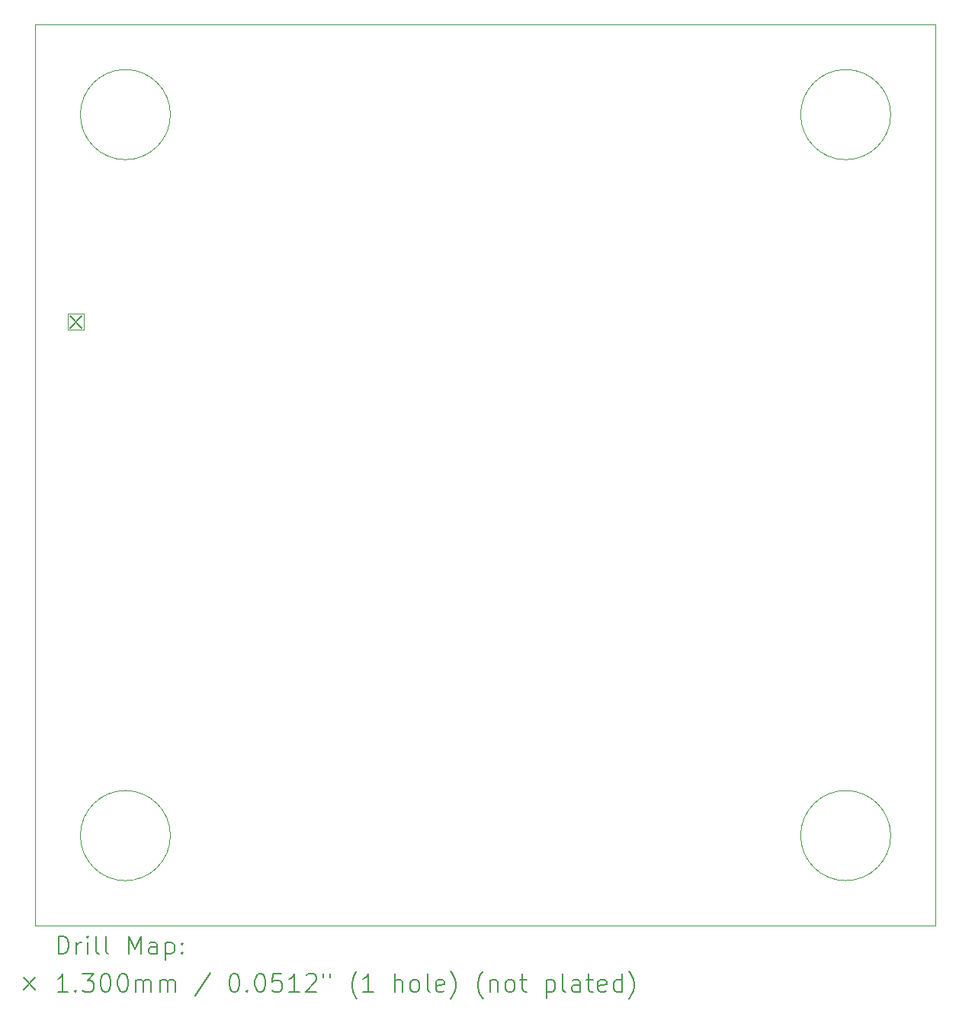
<source format=gbr>
%TF.GenerationSoftware,KiCad,Pcbnew,8.0.3*%
%TF.CreationDate,2024-09-13T09:02:19-04:00*%
%TF.ProjectId,G7 Senior Design V2,47372053-656e-4696-9f72-204465736967,rev?*%
%TF.SameCoordinates,Original*%
%TF.FileFunction,Drillmap*%
%TF.FilePolarity,Positive*%
%FSLAX45Y45*%
G04 Gerber Fmt 4.5, Leading zero omitted, Abs format (unit mm)*
G04 Created by KiCad (PCBNEW 8.0.3) date 2024-09-13 09:02:19*
%MOMM*%
%LPD*%
G01*
G04 APERTURE LIST*
%ADD10C,0.050000*%
%ADD11C,0.010000*%
%ADD12C,0.200000*%
%ADD13C,0.130000*%
G04 APERTURE END LIST*
D10*
X19500000Y-14000000D02*
G75*
G02*
X18500000Y-14000000I-500000J0D01*
G01*
X18500000Y-14000000D02*
G75*
G02*
X19500000Y-14000000I500000J0D01*
G01*
X11500000Y-6000000D02*
G75*
G02*
X10500000Y-6000000I-500000J0D01*
G01*
X10500000Y-6000000D02*
G75*
G02*
X11500000Y-6000000I500000J0D01*
G01*
X11500000Y-14000000D02*
G75*
G02*
X10500000Y-14000000I-500000J0D01*
G01*
X10500000Y-14000000D02*
G75*
G02*
X11500000Y-14000000I500000J0D01*
G01*
X19500000Y-6000000D02*
G75*
G02*
X18500000Y-6000000I-500000J0D01*
G01*
X18500000Y-6000000D02*
G75*
G02*
X19500000Y-6000000I500000J0D01*
G01*
X10000000Y-5000000D02*
X20000000Y-5000000D01*
X20000000Y-15000000D01*
X10000000Y-15000000D01*
X10000000Y-5000000D01*
D11*
X10360000Y-8210000D02*
X10540000Y-8210000D01*
X10360000Y-8390000D02*
X10360000Y-8210000D01*
X10540000Y-8210000D02*
X10540000Y-8390000D01*
X10540000Y-8390000D02*
X10360000Y-8390000D01*
D12*
D13*
X10385000Y-8235000D02*
X10515000Y-8365000D01*
X10515000Y-8235000D02*
X10385000Y-8365000D01*
D12*
X10258277Y-15313984D02*
X10258277Y-15113984D01*
X10258277Y-15113984D02*
X10305896Y-15113984D01*
X10305896Y-15113984D02*
X10334467Y-15123508D01*
X10334467Y-15123508D02*
X10353515Y-15142555D01*
X10353515Y-15142555D02*
X10363039Y-15161603D01*
X10363039Y-15161603D02*
X10372563Y-15199698D01*
X10372563Y-15199698D02*
X10372563Y-15228269D01*
X10372563Y-15228269D02*
X10363039Y-15266365D01*
X10363039Y-15266365D02*
X10353515Y-15285412D01*
X10353515Y-15285412D02*
X10334467Y-15304460D01*
X10334467Y-15304460D02*
X10305896Y-15313984D01*
X10305896Y-15313984D02*
X10258277Y-15313984D01*
X10458277Y-15313984D02*
X10458277Y-15180650D01*
X10458277Y-15218746D02*
X10467801Y-15199698D01*
X10467801Y-15199698D02*
X10477324Y-15190174D01*
X10477324Y-15190174D02*
X10496372Y-15180650D01*
X10496372Y-15180650D02*
X10515420Y-15180650D01*
X10582086Y-15313984D02*
X10582086Y-15180650D01*
X10582086Y-15113984D02*
X10572563Y-15123508D01*
X10572563Y-15123508D02*
X10582086Y-15133031D01*
X10582086Y-15133031D02*
X10591610Y-15123508D01*
X10591610Y-15123508D02*
X10582086Y-15113984D01*
X10582086Y-15113984D02*
X10582086Y-15133031D01*
X10705896Y-15313984D02*
X10686848Y-15304460D01*
X10686848Y-15304460D02*
X10677324Y-15285412D01*
X10677324Y-15285412D02*
X10677324Y-15113984D01*
X10810658Y-15313984D02*
X10791610Y-15304460D01*
X10791610Y-15304460D02*
X10782086Y-15285412D01*
X10782086Y-15285412D02*
X10782086Y-15113984D01*
X11039229Y-15313984D02*
X11039229Y-15113984D01*
X11039229Y-15113984D02*
X11105896Y-15256841D01*
X11105896Y-15256841D02*
X11172563Y-15113984D01*
X11172563Y-15113984D02*
X11172563Y-15313984D01*
X11353515Y-15313984D02*
X11353515Y-15209222D01*
X11353515Y-15209222D02*
X11343991Y-15190174D01*
X11343991Y-15190174D02*
X11324943Y-15180650D01*
X11324943Y-15180650D02*
X11286848Y-15180650D01*
X11286848Y-15180650D02*
X11267801Y-15190174D01*
X11353515Y-15304460D02*
X11334467Y-15313984D01*
X11334467Y-15313984D02*
X11286848Y-15313984D01*
X11286848Y-15313984D02*
X11267801Y-15304460D01*
X11267801Y-15304460D02*
X11258277Y-15285412D01*
X11258277Y-15285412D02*
X11258277Y-15266365D01*
X11258277Y-15266365D02*
X11267801Y-15247317D01*
X11267801Y-15247317D02*
X11286848Y-15237793D01*
X11286848Y-15237793D02*
X11334467Y-15237793D01*
X11334467Y-15237793D02*
X11353515Y-15228269D01*
X11448753Y-15180650D02*
X11448753Y-15380650D01*
X11448753Y-15190174D02*
X11467801Y-15180650D01*
X11467801Y-15180650D02*
X11505896Y-15180650D01*
X11505896Y-15180650D02*
X11524943Y-15190174D01*
X11524943Y-15190174D02*
X11534467Y-15199698D01*
X11534467Y-15199698D02*
X11543991Y-15218746D01*
X11543991Y-15218746D02*
X11543991Y-15275888D01*
X11543991Y-15275888D02*
X11534467Y-15294936D01*
X11534467Y-15294936D02*
X11524943Y-15304460D01*
X11524943Y-15304460D02*
X11505896Y-15313984D01*
X11505896Y-15313984D02*
X11467801Y-15313984D01*
X11467801Y-15313984D02*
X11448753Y-15304460D01*
X11629705Y-15294936D02*
X11639229Y-15304460D01*
X11639229Y-15304460D02*
X11629705Y-15313984D01*
X11629705Y-15313984D02*
X11620182Y-15304460D01*
X11620182Y-15304460D02*
X11629705Y-15294936D01*
X11629705Y-15294936D02*
X11629705Y-15313984D01*
X11629705Y-15190174D02*
X11639229Y-15199698D01*
X11639229Y-15199698D02*
X11629705Y-15209222D01*
X11629705Y-15209222D02*
X11620182Y-15199698D01*
X11620182Y-15199698D02*
X11629705Y-15190174D01*
X11629705Y-15190174D02*
X11629705Y-15209222D01*
D13*
X9867500Y-15577500D02*
X9997500Y-15707500D01*
X9997500Y-15577500D02*
X9867500Y-15707500D01*
D12*
X10363039Y-15733984D02*
X10248753Y-15733984D01*
X10305896Y-15733984D02*
X10305896Y-15533984D01*
X10305896Y-15533984D02*
X10286848Y-15562555D01*
X10286848Y-15562555D02*
X10267801Y-15581603D01*
X10267801Y-15581603D02*
X10248753Y-15591127D01*
X10448753Y-15714936D02*
X10458277Y-15724460D01*
X10458277Y-15724460D02*
X10448753Y-15733984D01*
X10448753Y-15733984D02*
X10439229Y-15724460D01*
X10439229Y-15724460D02*
X10448753Y-15714936D01*
X10448753Y-15714936D02*
X10448753Y-15733984D01*
X10524944Y-15533984D02*
X10648753Y-15533984D01*
X10648753Y-15533984D02*
X10582086Y-15610174D01*
X10582086Y-15610174D02*
X10610658Y-15610174D01*
X10610658Y-15610174D02*
X10629705Y-15619698D01*
X10629705Y-15619698D02*
X10639229Y-15629222D01*
X10639229Y-15629222D02*
X10648753Y-15648269D01*
X10648753Y-15648269D02*
X10648753Y-15695888D01*
X10648753Y-15695888D02*
X10639229Y-15714936D01*
X10639229Y-15714936D02*
X10629705Y-15724460D01*
X10629705Y-15724460D02*
X10610658Y-15733984D01*
X10610658Y-15733984D02*
X10553515Y-15733984D01*
X10553515Y-15733984D02*
X10534467Y-15724460D01*
X10534467Y-15724460D02*
X10524944Y-15714936D01*
X10772563Y-15533984D02*
X10791610Y-15533984D01*
X10791610Y-15533984D02*
X10810658Y-15543508D01*
X10810658Y-15543508D02*
X10820182Y-15553031D01*
X10820182Y-15553031D02*
X10829705Y-15572079D01*
X10829705Y-15572079D02*
X10839229Y-15610174D01*
X10839229Y-15610174D02*
X10839229Y-15657793D01*
X10839229Y-15657793D02*
X10829705Y-15695888D01*
X10829705Y-15695888D02*
X10820182Y-15714936D01*
X10820182Y-15714936D02*
X10810658Y-15724460D01*
X10810658Y-15724460D02*
X10791610Y-15733984D01*
X10791610Y-15733984D02*
X10772563Y-15733984D01*
X10772563Y-15733984D02*
X10753515Y-15724460D01*
X10753515Y-15724460D02*
X10743991Y-15714936D01*
X10743991Y-15714936D02*
X10734467Y-15695888D01*
X10734467Y-15695888D02*
X10724944Y-15657793D01*
X10724944Y-15657793D02*
X10724944Y-15610174D01*
X10724944Y-15610174D02*
X10734467Y-15572079D01*
X10734467Y-15572079D02*
X10743991Y-15553031D01*
X10743991Y-15553031D02*
X10753515Y-15543508D01*
X10753515Y-15543508D02*
X10772563Y-15533984D01*
X10963039Y-15533984D02*
X10982086Y-15533984D01*
X10982086Y-15533984D02*
X11001134Y-15543508D01*
X11001134Y-15543508D02*
X11010658Y-15553031D01*
X11010658Y-15553031D02*
X11020182Y-15572079D01*
X11020182Y-15572079D02*
X11029705Y-15610174D01*
X11029705Y-15610174D02*
X11029705Y-15657793D01*
X11029705Y-15657793D02*
X11020182Y-15695888D01*
X11020182Y-15695888D02*
X11010658Y-15714936D01*
X11010658Y-15714936D02*
X11001134Y-15724460D01*
X11001134Y-15724460D02*
X10982086Y-15733984D01*
X10982086Y-15733984D02*
X10963039Y-15733984D01*
X10963039Y-15733984D02*
X10943991Y-15724460D01*
X10943991Y-15724460D02*
X10934467Y-15714936D01*
X10934467Y-15714936D02*
X10924944Y-15695888D01*
X10924944Y-15695888D02*
X10915420Y-15657793D01*
X10915420Y-15657793D02*
X10915420Y-15610174D01*
X10915420Y-15610174D02*
X10924944Y-15572079D01*
X10924944Y-15572079D02*
X10934467Y-15553031D01*
X10934467Y-15553031D02*
X10943991Y-15543508D01*
X10943991Y-15543508D02*
X10963039Y-15533984D01*
X11115420Y-15733984D02*
X11115420Y-15600650D01*
X11115420Y-15619698D02*
X11124944Y-15610174D01*
X11124944Y-15610174D02*
X11143991Y-15600650D01*
X11143991Y-15600650D02*
X11172563Y-15600650D01*
X11172563Y-15600650D02*
X11191610Y-15610174D01*
X11191610Y-15610174D02*
X11201134Y-15629222D01*
X11201134Y-15629222D02*
X11201134Y-15733984D01*
X11201134Y-15629222D02*
X11210658Y-15610174D01*
X11210658Y-15610174D02*
X11229705Y-15600650D01*
X11229705Y-15600650D02*
X11258277Y-15600650D01*
X11258277Y-15600650D02*
X11277324Y-15610174D01*
X11277324Y-15610174D02*
X11286848Y-15629222D01*
X11286848Y-15629222D02*
X11286848Y-15733984D01*
X11382086Y-15733984D02*
X11382086Y-15600650D01*
X11382086Y-15619698D02*
X11391610Y-15610174D01*
X11391610Y-15610174D02*
X11410658Y-15600650D01*
X11410658Y-15600650D02*
X11439229Y-15600650D01*
X11439229Y-15600650D02*
X11458277Y-15610174D01*
X11458277Y-15610174D02*
X11467801Y-15629222D01*
X11467801Y-15629222D02*
X11467801Y-15733984D01*
X11467801Y-15629222D02*
X11477324Y-15610174D01*
X11477324Y-15610174D02*
X11496372Y-15600650D01*
X11496372Y-15600650D02*
X11524943Y-15600650D01*
X11524943Y-15600650D02*
X11543991Y-15610174D01*
X11543991Y-15610174D02*
X11553515Y-15629222D01*
X11553515Y-15629222D02*
X11553515Y-15733984D01*
X11943991Y-15524460D02*
X11772563Y-15781603D01*
X12201134Y-15533984D02*
X12220182Y-15533984D01*
X12220182Y-15533984D02*
X12239229Y-15543508D01*
X12239229Y-15543508D02*
X12248753Y-15553031D01*
X12248753Y-15553031D02*
X12258277Y-15572079D01*
X12258277Y-15572079D02*
X12267801Y-15610174D01*
X12267801Y-15610174D02*
X12267801Y-15657793D01*
X12267801Y-15657793D02*
X12258277Y-15695888D01*
X12258277Y-15695888D02*
X12248753Y-15714936D01*
X12248753Y-15714936D02*
X12239229Y-15724460D01*
X12239229Y-15724460D02*
X12220182Y-15733984D01*
X12220182Y-15733984D02*
X12201134Y-15733984D01*
X12201134Y-15733984D02*
X12182086Y-15724460D01*
X12182086Y-15724460D02*
X12172563Y-15714936D01*
X12172563Y-15714936D02*
X12163039Y-15695888D01*
X12163039Y-15695888D02*
X12153515Y-15657793D01*
X12153515Y-15657793D02*
X12153515Y-15610174D01*
X12153515Y-15610174D02*
X12163039Y-15572079D01*
X12163039Y-15572079D02*
X12172563Y-15553031D01*
X12172563Y-15553031D02*
X12182086Y-15543508D01*
X12182086Y-15543508D02*
X12201134Y-15533984D01*
X12353515Y-15714936D02*
X12363039Y-15724460D01*
X12363039Y-15724460D02*
X12353515Y-15733984D01*
X12353515Y-15733984D02*
X12343991Y-15724460D01*
X12343991Y-15724460D02*
X12353515Y-15714936D01*
X12353515Y-15714936D02*
X12353515Y-15733984D01*
X12486848Y-15533984D02*
X12505896Y-15533984D01*
X12505896Y-15533984D02*
X12524944Y-15543508D01*
X12524944Y-15543508D02*
X12534467Y-15553031D01*
X12534467Y-15553031D02*
X12543991Y-15572079D01*
X12543991Y-15572079D02*
X12553515Y-15610174D01*
X12553515Y-15610174D02*
X12553515Y-15657793D01*
X12553515Y-15657793D02*
X12543991Y-15695888D01*
X12543991Y-15695888D02*
X12534467Y-15714936D01*
X12534467Y-15714936D02*
X12524944Y-15724460D01*
X12524944Y-15724460D02*
X12505896Y-15733984D01*
X12505896Y-15733984D02*
X12486848Y-15733984D01*
X12486848Y-15733984D02*
X12467801Y-15724460D01*
X12467801Y-15724460D02*
X12458277Y-15714936D01*
X12458277Y-15714936D02*
X12448753Y-15695888D01*
X12448753Y-15695888D02*
X12439229Y-15657793D01*
X12439229Y-15657793D02*
X12439229Y-15610174D01*
X12439229Y-15610174D02*
X12448753Y-15572079D01*
X12448753Y-15572079D02*
X12458277Y-15553031D01*
X12458277Y-15553031D02*
X12467801Y-15543508D01*
X12467801Y-15543508D02*
X12486848Y-15533984D01*
X12734467Y-15533984D02*
X12639229Y-15533984D01*
X12639229Y-15533984D02*
X12629706Y-15629222D01*
X12629706Y-15629222D02*
X12639229Y-15619698D01*
X12639229Y-15619698D02*
X12658277Y-15610174D01*
X12658277Y-15610174D02*
X12705896Y-15610174D01*
X12705896Y-15610174D02*
X12724944Y-15619698D01*
X12724944Y-15619698D02*
X12734467Y-15629222D01*
X12734467Y-15629222D02*
X12743991Y-15648269D01*
X12743991Y-15648269D02*
X12743991Y-15695888D01*
X12743991Y-15695888D02*
X12734467Y-15714936D01*
X12734467Y-15714936D02*
X12724944Y-15724460D01*
X12724944Y-15724460D02*
X12705896Y-15733984D01*
X12705896Y-15733984D02*
X12658277Y-15733984D01*
X12658277Y-15733984D02*
X12639229Y-15724460D01*
X12639229Y-15724460D02*
X12629706Y-15714936D01*
X12934467Y-15733984D02*
X12820182Y-15733984D01*
X12877325Y-15733984D02*
X12877325Y-15533984D01*
X12877325Y-15533984D02*
X12858277Y-15562555D01*
X12858277Y-15562555D02*
X12839229Y-15581603D01*
X12839229Y-15581603D02*
X12820182Y-15591127D01*
X13010658Y-15553031D02*
X13020182Y-15543508D01*
X13020182Y-15543508D02*
X13039229Y-15533984D01*
X13039229Y-15533984D02*
X13086848Y-15533984D01*
X13086848Y-15533984D02*
X13105896Y-15543508D01*
X13105896Y-15543508D02*
X13115420Y-15553031D01*
X13115420Y-15553031D02*
X13124944Y-15572079D01*
X13124944Y-15572079D02*
X13124944Y-15591127D01*
X13124944Y-15591127D02*
X13115420Y-15619698D01*
X13115420Y-15619698D02*
X13001134Y-15733984D01*
X13001134Y-15733984D02*
X13124944Y-15733984D01*
X13201134Y-15533984D02*
X13201134Y-15572079D01*
X13277325Y-15533984D02*
X13277325Y-15572079D01*
X13572563Y-15810174D02*
X13563039Y-15800650D01*
X13563039Y-15800650D02*
X13543991Y-15772079D01*
X13543991Y-15772079D02*
X13534468Y-15753031D01*
X13534468Y-15753031D02*
X13524944Y-15724460D01*
X13524944Y-15724460D02*
X13515420Y-15676841D01*
X13515420Y-15676841D02*
X13515420Y-15638746D01*
X13515420Y-15638746D02*
X13524944Y-15591127D01*
X13524944Y-15591127D02*
X13534468Y-15562555D01*
X13534468Y-15562555D02*
X13543991Y-15543508D01*
X13543991Y-15543508D02*
X13563039Y-15514936D01*
X13563039Y-15514936D02*
X13572563Y-15505412D01*
X13753515Y-15733984D02*
X13639229Y-15733984D01*
X13696372Y-15733984D02*
X13696372Y-15533984D01*
X13696372Y-15533984D02*
X13677325Y-15562555D01*
X13677325Y-15562555D02*
X13658277Y-15581603D01*
X13658277Y-15581603D02*
X13639229Y-15591127D01*
X13991610Y-15733984D02*
X13991610Y-15533984D01*
X14077325Y-15733984D02*
X14077325Y-15629222D01*
X14077325Y-15629222D02*
X14067801Y-15610174D01*
X14067801Y-15610174D02*
X14048753Y-15600650D01*
X14048753Y-15600650D02*
X14020182Y-15600650D01*
X14020182Y-15600650D02*
X14001134Y-15610174D01*
X14001134Y-15610174D02*
X13991610Y-15619698D01*
X14201134Y-15733984D02*
X14182087Y-15724460D01*
X14182087Y-15724460D02*
X14172563Y-15714936D01*
X14172563Y-15714936D02*
X14163039Y-15695888D01*
X14163039Y-15695888D02*
X14163039Y-15638746D01*
X14163039Y-15638746D02*
X14172563Y-15619698D01*
X14172563Y-15619698D02*
X14182087Y-15610174D01*
X14182087Y-15610174D02*
X14201134Y-15600650D01*
X14201134Y-15600650D02*
X14229706Y-15600650D01*
X14229706Y-15600650D02*
X14248753Y-15610174D01*
X14248753Y-15610174D02*
X14258277Y-15619698D01*
X14258277Y-15619698D02*
X14267801Y-15638746D01*
X14267801Y-15638746D02*
X14267801Y-15695888D01*
X14267801Y-15695888D02*
X14258277Y-15714936D01*
X14258277Y-15714936D02*
X14248753Y-15724460D01*
X14248753Y-15724460D02*
X14229706Y-15733984D01*
X14229706Y-15733984D02*
X14201134Y-15733984D01*
X14382087Y-15733984D02*
X14363039Y-15724460D01*
X14363039Y-15724460D02*
X14353515Y-15705412D01*
X14353515Y-15705412D02*
X14353515Y-15533984D01*
X14534468Y-15724460D02*
X14515420Y-15733984D01*
X14515420Y-15733984D02*
X14477325Y-15733984D01*
X14477325Y-15733984D02*
X14458277Y-15724460D01*
X14458277Y-15724460D02*
X14448753Y-15705412D01*
X14448753Y-15705412D02*
X14448753Y-15629222D01*
X14448753Y-15629222D02*
X14458277Y-15610174D01*
X14458277Y-15610174D02*
X14477325Y-15600650D01*
X14477325Y-15600650D02*
X14515420Y-15600650D01*
X14515420Y-15600650D02*
X14534468Y-15610174D01*
X14534468Y-15610174D02*
X14543991Y-15629222D01*
X14543991Y-15629222D02*
X14543991Y-15648269D01*
X14543991Y-15648269D02*
X14448753Y-15667317D01*
X14610658Y-15810174D02*
X14620182Y-15800650D01*
X14620182Y-15800650D02*
X14639230Y-15772079D01*
X14639230Y-15772079D02*
X14648753Y-15753031D01*
X14648753Y-15753031D02*
X14658277Y-15724460D01*
X14658277Y-15724460D02*
X14667801Y-15676841D01*
X14667801Y-15676841D02*
X14667801Y-15638746D01*
X14667801Y-15638746D02*
X14658277Y-15591127D01*
X14658277Y-15591127D02*
X14648753Y-15562555D01*
X14648753Y-15562555D02*
X14639230Y-15543508D01*
X14639230Y-15543508D02*
X14620182Y-15514936D01*
X14620182Y-15514936D02*
X14610658Y-15505412D01*
X14972563Y-15810174D02*
X14963039Y-15800650D01*
X14963039Y-15800650D02*
X14943991Y-15772079D01*
X14943991Y-15772079D02*
X14934468Y-15753031D01*
X14934468Y-15753031D02*
X14924944Y-15724460D01*
X14924944Y-15724460D02*
X14915420Y-15676841D01*
X14915420Y-15676841D02*
X14915420Y-15638746D01*
X14915420Y-15638746D02*
X14924944Y-15591127D01*
X14924944Y-15591127D02*
X14934468Y-15562555D01*
X14934468Y-15562555D02*
X14943991Y-15543508D01*
X14943991Y-15543508D02*
X14963039Y-15514936D01*
X14963039Y-15514936D02*
X14972563Y-15505412D01*
X15048753Y-15600650D02*
X15048753Y-15733984D01*
X15048753Y-15619698D02*
X15058277Y-15610174D01*
X15058277Y-15610174D02*
X15077325Y-15600650D01*
X15077325Y-15600650D02*
X15105896Y-15600650D01*
X15105896Y-15600650D02*
X15124944Y-15610174D01*
X15124944Y-15610174D02*
X15134468Y-15629222D01*
X15134468Y-15629222D02*
X15134468Y-15733984D01*
X15258277Y-15733984D02*
X15239230Y-15724460D01*
X15239230Y-15724460D02*
X15229706Y-15714936D01*
X15229706Y-15714936D02*
X15220182Y-15695888D01*
X15220182Y-15695888D02*
X15220182Y-15638746D01*
X15220182Y-15638746D02*
X15229706Y-15619698D01*
X15229706Y-15619698D02*
X15239230Y-15610174D01*
X15239230Y-15610174D02*
X15258277Y-15600650D01*
X15258277Y-15600650D02*
X15286849Y-15600650D01*
X15286849Y-15600650D02*
X15305896Y-15610174D01*
X15305896Y-15610174D02*
X15315420Y-15619698D01*
X15315420Y-15619698D02*
X15324944Y-15638746D01*
X15324944Y-15638746D02*
X15324944Y-15695888D01*
X15324944Y-15695888D02*
X15315420Y-15714936D01*
X15315420Y-15714936D02*
X15305896Y-15724460D01*
X15305896Y-15724460D02*
X15286849Y-15733984D01*
X15286849Y-15733984D02*
X15258277Y-15733984D01*
X15382087Y-15600650D02*
X15458277Y-15600650D01*
X15410658Y-15533984D02*
X15410658Y-15705412D01*
X15410658Y-15705412D02*
X15420182Y-15724460D01*
X15420182Y-15724460D02*
X15439230Y-15733984D01*
X15439230Y-15733984D02*
X15458277Y-15733984D01*
X15677325Y-15600650D02*
X15677325Y-15800650D01*
X15677325Y-15610174D02*
X15696372Y-15600650D01*
X15696372Y-15600650D02*
X15734468Y-15600650D01*
X15734468Y-15600650D02*
X15753515Y-15610174D01*
X15753515Y-15610174D02*
X15763039Y-15619698D01*
X15763039Y-15619698D02*
X15772563Y-15638746D01*
X15772563Y-15638746D02*
X15772563Y-15695888D01*
X15772563Y-15695888D02*
X15763039Y-15714936D01*
X15763039Y-15714936D02*
X15753515Y-15724460D01*
X15753515Y-15724460D02*
X15734468Y-15733984D01*
X15734468Y-15733984D02*
X15696372Y-15733984D01*
X15696372Y-15733984D02*
X15677325Y-15724460D01*
X15886849Y-15733984D02*
X15867801Y-15724460D01*
X15867801Y-15724460D02*
X15858277Y-15705412D01*
X15858277Y-15705412D02*
X15858277Y-15533984D01*
X16048753Y-15733984D02*
X16048753Y-15629222D01*
X16048753Y-15629222D02*
X16039230Y-15610174D01*
X16039230Y-15610174D02*
X16020182Y-15600650D01*
X16020182Y-15600650D02*
X15982087Y-15600650D01*
X15982087Y-15600650D02*
X15963039Y-15610174D01*
X16048753Y-15724460D02*
X16029706Y-15733984D01*
X16029706Y-15733984D02*
X15982087Y-15733984D01*
X15982087Y-15733984D02*
X15963039Y-15724460D01*
X15963039Y-15724460D02*
X15953515Y-15705412D01*
X15953515Y-15705412D02*
X15953515Y-15686365D01*
X15953515Y-15686365D02*
X15963039Y-15667317D01*
X15963039Y-15667317D02*
X15982087Y-15657793D01*
X15982087Y-15657793D02*
X16029706Y-15657793D01*
X16029706Y-15657793D02*
X16048753Y-15648269D01*
X16115420Y-15600650D02*
X16191611Y-15600650D01*
X16143992Y-15533984D02*
X16143992Y-15705412D01*
X16143992Y-15705412D02*
X16153515Y-15724460D01*
X16153515Y-15724460D02*
X16172563Y-15733984D01*
X16172563Y-15733984D02*
X16191611Y-15733984D01*
X16334468Y-15724460D02*
X16315420Y-15733984D01*
X16315420Y-15733984D02*
X16277325Y-15733984D01*
X16277325Y-15733984D02*
X16258277Y-15724460D01*
X16258277Y-15724460D02*
X16248753Y-15705412D01*
X16248753Y-15705412D02*
X16248753Y-15629222D01*
X16248753Y-15629222D02*
X16258277Y-15610174D01*
X16258277Y-15610174D02*
X16277325Y-15600650D01*
X16277325Y-15600650D02*
X16315420Y-15600650D01*
X16315420Y-15600650D02*
X16334468Y-15610174D01*
X16334468Y-15610174D02*
X16343992Y-15629222D01*
X16343992Y-15629222D02*
X16343992Y-15648269D01*
X16343992Y-15648269D02*
X16248753Y-15667317D01*
X16515420Y-15733984D02*
X16515420Y-15533984D01*
X16515420Y-15724460D02*
X16496373Y-15733984D01*
X16496373Y-15733984D02*
X16458277Y-15733984D01*
X16458277Y-15733984D02*
X16439230Y-15724460D01*
X16439230Y-15724460D02*
X16429706Y-15714936D01*
X16429706Y-15714936D02*
X16420182Y-15695888D01*
X16420182Y-15695888D02*
X16420182Y-15638746D01*
X16420182Y-15638746D02*
X16429706Y-15619698D01*
X16429706Y-15619698D02*
X16439230Y-15610174D01*
X16439230Y-15610174D02*
X16458277Y-15600650D01*
X16458277Y-15600650D02*
X16496373Y-15600650D01*
X16496373Y-15600650D02*
X16515420Y-15610174D01*
X16591611Y-15810174D02*
X16601134Y-15800650D01*
X16601134Y-15800650D02*
X16620182Y-15772079D01*
X16620182Y-15772079D02*
X16629706Y-15753031D01*
X16629706Y-15753031D02*
X16639230Y-15724460D01*
X16639230Y-15724460D02*
X16648753Y-15676841D01*
X16648753Y-15676841D02*
X16648753Y-15638746D01*
X16648753Y-15638746D02*
X16639230Y-15591127D01*
X16639230Y-15591127D02*
X16629706Y-15562555D01*
X16629706Y-15562555D02*
X16620182Y-15543508D01*
X16620182Y-15543508D02*
X16601134Y-15514936D01*
X16601134Y-15514936D02*
X16591611Y-15505412D01*
M02*

</source>
